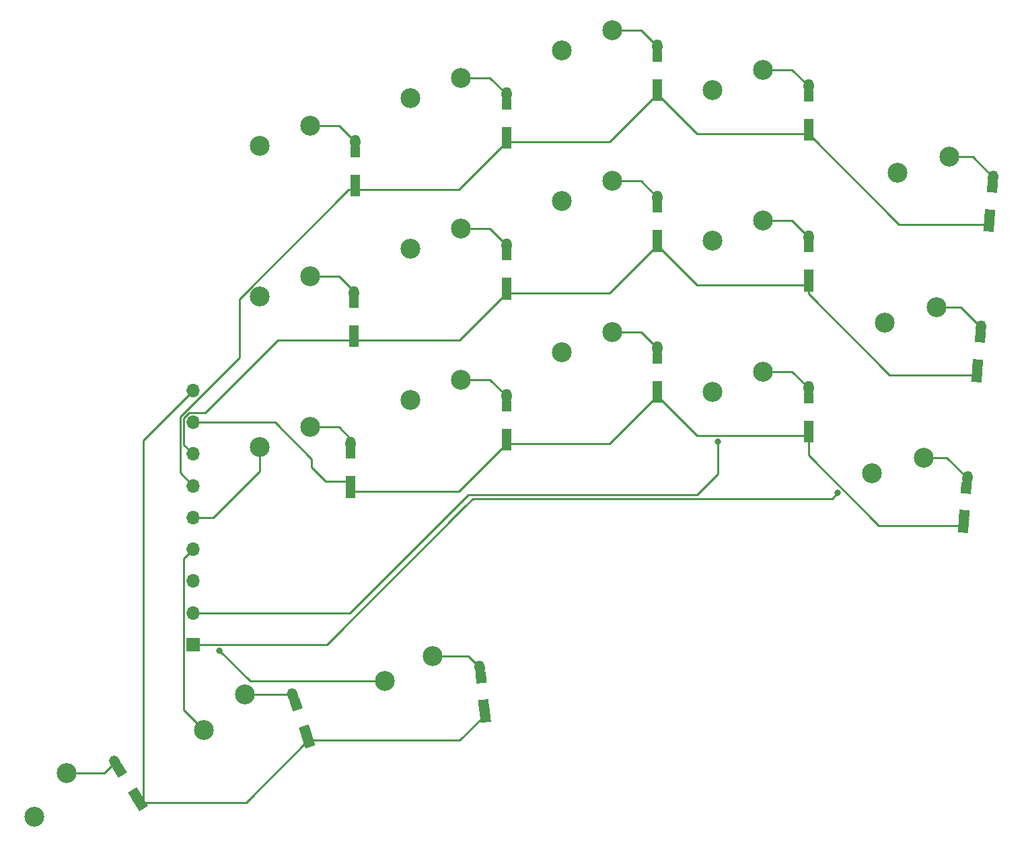
<source format=gbr>
%TF.GenerationSoftware,KiCad,Pcbnew,7.0.7*%
%TF.CreationDate,2023-11-23T18:27:24-07:00*%
%TF.ProjectId,TypeStationX - Right,54797065-5374-4617-9469-6f6e58202d20,rev?*%
%TF.SameCoordinates,Original*%
%TF.FileFunction,Copper,L2,Bot*%
%TF.FilePolarity,Positive*%
%FSLAX46Y46*%
G04 Gerber Fmt 4.6, Leading zero omitted, Abs format (unit mm)*
G04 Created by KiCad (PCBNEW 7.0.7) date 2023-11-23 18:27:24*
%MOMM*%
%LPD*%
G01*
G04 APERTURE LIST*
G04 Aperture macros list*
%AMHorizOval*
0 Thick line with rounded ends*
0 $1 width*
0 $2 $3 position (X,Y) of the first rounded end (center of the circle)*
0 $4 $5 position (X,Y) of the second rounded end (center of the circle)*
0 Add line between two ends*
20,1,$1,$2,$3,$4,$5,0*
0 Add two circle primitives to create the rounded ends*
1,1,$1,$2,$3*
1,1,$1,$4,$5*%
%AMRotRect*
0 Rectangle, with rotation*
0 The origin of the aperture is its center*
0 $1 length*
0 $2 width*
0 $3 Rotation angle, in degrees counterclockwise*
0 Add horizontal line*
21,1,$1,$2,0,0,$3*%
G04 Aperture macros list end*
%TA.AperFunction,ComponentPad*%
%ADD10C,2.500000*%
%TD*%
%TA.AperFunction,ComponentPad*%
%ADD11R,1.300000X1.778000*%
%TD*%
%TA.AperFunction,SMDPad,CuDef*%
%ADD12R,1.300000X1.400000*%
%TD*%
%TA.AperFunction,ComponentPad*%
%ADD13O,1.300000X1.778000*%
%TD*%
%TA.AperFunction,ComponentPad*%
%ADD14RotRect,1.778000X1.300000X96.000000*%
%TD*%
%TA.AperFunction,SMDPad,CuDef*%
%ADD15RotRect,1.400000X1.300000X276.000000*%
%TD*%
%TA.AperFunction,ComponentPad*%
%ADD16HorizOval,1.300000X-0.024982X0.237691X0.024982X-0.237691X0*%
%TD*%
%TA.AperFunction,ComponentPad*%
%ADD17RotRect,1.778000X1.300000X85.000000*%
%TD*%
%TA.AperFunction,SMDPad,CuDef*%
%ADD18RotRect,1.400000X1.300000X265.000000*%
%TD*%
%TA.AperFunction,ComponentPad*%
%ADD19HorizOval,1.300000X0.020830X0.238091X-0.020830X-0.238091X0*%
%TD*%
%TA.AperFunction,ComponentPad*%
%ADD20RotRect,1.778000X1.300000X109.000000*%
%TD*%
%TA.AperFunction,SMDPad,CuDef*%
%ADD21RotRect,1.400000X1.300000X289.000000*%
%TD*%
%TA.AperFunction,ComponentPad*%
%ADD22HorizOval,1.300000X-0.077811X0.225979X0.077811X-0.225979X0*%
%TD*%
%TA.AperFunction,ComponentPad*%
%ADD23R,1.700000X1.700000*%
%TD*%
%TA.AperFunction,ComponentPad*%
%ADD24O,1.700000X1.700000*%
%TD*%
%TA.AperFunction,ComponentPad*%
%ADD25RotRect,1.778000X1.300000X122.000000*%
%TD*%
%TA.AperFunction,SMDPad,CuDef*%
%ADD26RotRect,1.400000X1.300000X302.000000*%
%TD*%
%TA.AperFunction,ComponentPad*%
%ADD27HorizOval,1.300000X-0.126651X0.202683X0.126651X-0.202683X0*%
%TD*%
%TA.AperFunction,ViaPad*%
%ADD28C,0.800000*%
%TD*%
%TA.AperFunction,Conductor*%
%ADD29C,0.250000*%
%TD*%
G04 APERTURE END LIST*
D10*
%TO.P,S31,1,1*%
%TO.N,C9R*%
X246645964Y-92159079D03*
%TO.P,S31,2,2*%
%TO.N,Net-(D30-A)*%
X252995964Y-89619079D03*
%TD*%
%TO.P,S22,1,1*%
%TO.N,C7R*%
X208645964Y-55159079D03*
%TO.P,S22,2,2*%
%TO.N,Net-(D21-A)*%
X214995964Y-52619079D03*
%TD*%
%TO.P,S25,1,1*%
%TO.N,C8R*%
X227645964Y-49159079D03*
%TO.P,S25,2,2*%
%TO.N,Net-(D24-A)*%
X233995964Y-46619079D03*
%TD*%
%TO.P,S28,1,1*%
%TO.N,C6R*%
X161302797Y-145706554D03*
%TO.P,S28,2,2*%
%TO.N,Net-(D27-A)*%
X165341907Y-140187525D03*
%TD*%
%TO.P,S34,1,1*%
%TO.N,C10R*%
X268325996Y-83451675D03*
%TO.P,S34,2,2*%
%TO.N,Net-(D33-A)*%
X274873208Y-81474780D03*
%TD*%
%TO.P,S23,1,1*%
%TO.N,C7R*%
X208645964Y-74159079D03*
%TO.P,S23,2,2*%
%TO.N,Net-(D22-A)*%
X214995964Y-71619079D03*
%TD*%
%TO.P,S30,1,1*%
%TO.N,C9R*%
X246645964Y-73159079D03*
%TO.P,S30,2,2*%
%TO.N,Net-(D29-A)*%
X252995964Y-70619079D03*
%TD*%
%TO.P,S19,1,1*%
%TO.N,C6R*%
X189645962Y-61159079D03*
%TO.P,S19,2,2*%
%TO.N,Net-(D19-A)*%
X195995962Y-58619079D03*
%TD*%
%TO.P,S26,1,1*%
%TO.N,C8R*%
X227645964Y-68159079D03*
%TO.P,S26,2,2*%
%TO.N,Net-(D25-A)*%
X233995964Y-65619079D03*
%TD*%
%TO.P,S21,1,1*%
%TO.N,C6R*%
X189645962Y-99159079D03*
%TO.P,S21,2,2*%
%TO.N,Net-(D36-A)*%
X195995962Y-96619079D03*
%TD*%
%TO.P,S32,1,1*%
%TO.N,C7R*%
X182633974Y-134742791D03*
%TO.P,S32,2,2*%
%TO.N,Net-(D31-A)*%
X187811074Y-130273817D03*
%TD*%
%TO.P,S27,1,1*%
%TO.N,C8R*%
X227645964Y-87159079D03*
%TO.P,S27,2,2*%
%TO.N,Net-(D26-A)*%
X233995964Y-84619079D03*
%TD*%
%TO.P,S35,1,1*%
%TO.N,C10R*%
X266677980Y-102449094D03*
%TO.P,S35,2,2*%
%TO.N,Net-(D34-A)*%
X273225192Y-100472199D03*
%TD*%
%TO.P,S20,1,1*%
%TO.N,C6R*%
X189645962Y-80159079D03*
%TO.P,S20,2,2*%
%TO.N,Net-(D20-A)*%
X195995962Y-77619079D03*
%TD*%
%TO.P,S29,1,1*%
%TO.N,C9R*%
X246645964Y-54159079D03*
%TO.P,S29,2,2*%
%TO.N,Net-(D28-A)*%
X252995964Y-51619079D03*
%TD*%
%TO.P,S33,1,1*%
%TO.N,C10R*%
X269935221Y-64545574D03*
%TO.P,S33,2,2*%
%TO.N,Net-(D32-A)*%
X276482433Y-62568679D03*
%TD*%
%TO.P,S36,1,1*%
%TO.N,C8R*%
X205406400Y-128620769D03*
%TO.P,S36,2,2*%
%TO.N,Net-(D35-A)*%
X211456112Y-125430927D03*
%TD*%
%TO.P,S24,1,1*%
%TO.N,C7R*%
X208645964Y-93159079D03*
%TO.P,S24,2,2*%
%TO.N,Net-(D23-A)*%
X214995964Y-90619079D03*
%TD*%
D11*
%TO.P,D19,1,K*%
%TO.N,R4R*%
X201723227Y-66699079D03*
D12*
X201723227Y-65474079D03*
%TO.P,D19,2,A*%
%TO.N,Net-(D19-A)*%
X201723227Y-61924079D03*
D13*
X201723227Y-60699079D03*
%TD*%
D11*
%TO.P,D23,1,K*%
%TO.N,R2R*%
X220723227Y-98699079D03*
D12*
X220723227Y-97474079D03*
%TO.P,D23,2,A*%
%TO.N,Net-(D23-A)*%
X220723227Y-93924079D03*
D13*
X220723227Y-92699079D03*
%TD*%
D11*
%TO.P,D28,1,K*%
%TO.N,R4R*%
X258723227Y-59695448D03*
D12*
X258723227Y-58470448D03*
%TO.P,D28,2,A*%
%TO.N,Net-(D28-A)*%
X258723227Y-54920448D03*
D13*
X258723227Y-53695448D03*
%TD*%
D11*
%TO.P,D20,1,K*%
%TO.N,R3R*%
X201523227Y-85699079D03*
D12*
X201523227Y-84474079D03*
%TO.P,D20,2,A*%
%TO.N,Net-(D20-A)*%
X201523227Y-80924079D03*
D13*
X201523227Y-79699079D03*
%TD*%
D11*
%TO.P,D29,1,K*%
%TO.N,R3R*%
X258723227Y-78695448D03*
D12*
X258723227Y-77470448D03*
%TO.P,D29,2,A*%
%TO.N,Net-(D29-A)*%
X258723227Y-73920448D03*
D13*
X258723227Y-72695448D03*
%TD*%
D11*
%TO.P,D36,1,K*%
%TO.N,R2R*%
X201123227Y-104699079D03*
D12*
X201123227Y-103474079D03*
%TO.P,D36,2,A*%
%TO.N,Net-(D36-A)*%
X201123227Y-99924079D03*
D13*
X201123227Y-98699079D03*
%TD*%
D14*
%TO.P,D35,1,K*%
%TO.N,R1R*%
X217992546Y-132868428D03*
D15*
X217864499Y-131650138D03*
%TO.P,D35,2,A*%
%TO.N,Net-(D35-A)*%
X217493423Y-128119586D03*
D16*
X217365376Y-126901296D03*
%TD*%
D17*
%TO.P,D34,1,K*%
%TO.N,R2R*%
X278189688Y-109017399D03*
D18*
X278296454Y-107797061D03*
%TO.P,D34,2,A*%
%TO.N,Net-(D34-A)*%
X278605856Y-104260569D03*
D19*
X278712622Y-103040231D03*
%TD*%
D17*
%TO.P,D32,1,K*%
%TO.N,R4R*%
X281431367Y-71112518D03*
D18*
X281538133Y-69892180D03*
%TO.P,D32,2,A*%
%TO.N,Net-(D32-A)*%
X281847535Y-66355688D03*
D19*
X281954301Y-65135350D03*
%TD*%
D20*
%TO.P,D31,1,K*%
%TO.N,R1R*%
X195784455Y-136073937D03*
D21*
X195385634Y-134915676D03*
%TO.P,D31,2,A*%
%TO.N,Net-(D31-A)*%
X194229868Y-131559086D03*
D22*
X193831047Y-130400825D03*
%TD*%
D11*
%TO.P,D22,1,K*%
%TO.N,R3R*%
X220723227Y-79695448D03*
D12*
X220723227Y-78470448D03*
%TO.P,D22,2,A*%
%TO.N,Net-(D22-A)*%
X220723227Y-74920448D03*
D13*
X220723227Y-73695448D03*
%TD*%
D17*
%TO.P,D33,1,K*%
%TO.N,R3R*%
X279938688Y-90028816D03*
D18*
X280045454Y-88808478D03*
%TO.P,D33,2,A*%
%TO.N,Net-(D33-A)*%
X280354856Y-85271986D03*
D19*
X280461622Y-84051648D03*
%TD*%
D11*
%TO.P,D21,1,K*%
%TO.N,R4R*%
X220723227Y-60699079D03*
D12*
X220723227Y-59474079D03*
%TO.P,D21,2,A*%
%TO.N,Net-(D21-A)*%
X220723227Y-55924079D03*
D13*
X220723227Y-54699079D03*
%TD*%
D23*
%TO.P,J2,1,Pin_1*%
%TO.N,C10R*%
X181275976Y-124000000D03*
D24*
%TO.P,J2,2,Pin_2*%
%TO.N,C9R*%
X181275976Y-120000000D03*
%TO.P,J2,3,Pin_3*%
%TO.N,C8R*%
X181275976Y-116000000D03*
%TO.P,J2,4,Pin_4*%
%TO.N,C7R*%
X181275976Y-112000000D03*
%TO.P,J2,5,Pin_5*%
%TO.N,C6R*%
X181275976Y-108000000D03*
%TO.P,J2,6,Pin_6*%
%TO.N,R4R*%
X181275976Y-104000000D03*
%TO.P,J2,7,Pin_7*%
%TO.N,R3R*%
X181275976Y-100000000D03*
%TO.P,J2,8,Pin_8*%
%TO.N,R2R*%
X181275976Y-96000000D03*
%TO.P,J2,9,Pin_9*%
%TO.N,R1R*%
X181275976Y-92000000D03*
%TD*%
D11*
%TO.P,D25,1,K*%
%TO.N,R3R*%
X239723227Y-73699079D03*
D12*
X239723227Y-72474079D03*
%TO.P,D25,2,A*%
%TO.N,Net-(D25-A)*%
X239723227Y-68924079D03*
D13*
X239723227Y-67699079D03*
%TD*%
D25*
%TO.P,D27,1,K*%
%TO.N,R1R*%
X174612914Y-143922118D03*
D26*
X173963763Y-142883259D03*
%TO.P,D27,2,A*%
%TO.N,Net-(D27-A)*%
X172082549Y-139872689D03*
D27*
X171433398Y-138833830D03*
%TD*%
D11*
%TO.P,D24,1,K*%
%TO.N,R4R*%
X239723227Y-54699079D03*
D12*
X239723227Y-53474079D03*
%TO.P,D24,2,A*%
%TO.N,Net-(D24-A)*%
X239723227Y-49924079D03*
D13*
X239723227Y-48699079D03*
%TD*%
D11*
%TO.P,D26,1,K*%
%TO.N,R2R*%
X239723227Y-92699079D03*
D12*
X239723227Y-91474079D03*
%TO.P,D26,2,A*%
%TO.N,Net-(D26-A)*%
X239723227Y-87924079D03*
D13*
X239723227Y-86699079D03*
%TD*%
D11*
%TO.P,D30,1,K*%
%TO.N,R2R*%
X258723227Y-97699079D03*
D12*
X258723227Y-96474079D03*
%TO.P,D30,2,A*%
%TO.N,Net-(D30-A)*%
X258723227Y-92924079D03*
D13*
X258723227Y-91699079D03*
%TD*%
D28*
%TO.N,C10R*%
X262423227Y-104899079D03*
%TO.N,C9R*%
X247323227Y-98423579D03*
%TO.N,C8R*%
X184623227Y-124799079D03*
%TD*%
D29*
%TO.N,Net-(D19-A)*%
X199643227Y-58619079D02*
X201723227Y-60699079D01*
X195995962Y-58619079D02*
X199643227Y-58619079D01*
%TO.N,Net-(D20-A)*%
X195995962Y-77619079D02*
X199643227Y-77619079D01*
X201223227Y-79199079D02*
X201223227Y-79699079D01*
X201523227Y-79499079D02*
X201523227Y-79699079D01*
X199643227Y-77619079D02*
X201523227Y-79499079D01*
%TO.N,Net-(D21-A)*%
X218643227Y-52619079D02*
X220723227Y-54699079D01*
X214995964Y-52619079D02*
X218643227Y-52619079D01*
%TO.N,Net-(D22-A)*%
X218646858Y-71619079D02*
X220723227Y-73695448D01*
X214995964Y-71619079D02*
X218646858Y-71619079D01*
%TO.N,Net-(D23-A)*%
X214995964Y-90619079D02*
X218643227Y-90619079D01*
X218643227Y-90619079D02*
X220723227Y-92699079D01*
%TO.N,Net-(D24-A)*%
X233995964Y-46619079D02*
X237643227Y-46619079D01*
X237643227Y-46619079D02*
X239723227Y-48699079D01*
%TO.N,Net-(D25-A)*%
X237643227Y-65619079D02*
X239723227Y-67699079D01*
X233995964Y-65619079D02*
X237643227Y-65619079D01*
%TO.N,Net-(D26-A)*%
X233995964Y-84619079D02*
X237643227Y-84619079D01*
X237643227Y-84619079D02*
X239723227Y-86699079D01*
%TO.N,Net-(D27-A)*%
X170079703Y-140187525D02*
X171433398Y-138833830D01*
X165341907Y-140187525D02*
X170079703Y-140187525D01*
%TO.N,Net-(D28-A)*%
X252995964Y-51619079D02*
X256646858Y-51619079D01*
X256646858Y-51619079D02*
X258723227Y-53695448D01*
%TO.N,Net-(D29-A)*%
X256646858Y-70619079D02*
X258723227Y-72695448D01*
X252995964Y-70619079D02*
X256646858Y-70619079D01*
%TO.N,Net-(D30-A)*%
X256643227Y-89619079D02*
X258723227Y-91699079D01*
X252995964Y-89619079D02*
X256643227Y-89619079D01*
%TO.N,Net-(D31-A)*%
X193704039Y-130273817D02*
X193831047Y-130400825D01*
X187811074Y-130273817D02*
X193704039Y-130273817D01*
%TO.N,Net-(D32-A)*%
X279387630Y-62568679D02*
X281954301Y-65135350D01*
X276482433Y-62568679D02*
X279387630Y-62568679D01*
%TO.N,Net-(D33-A)*%
X274873208Y-81474780D02*
X277884754Y-81474780D01*
X277884754Y-81474780D02*
X280461622Y-84051648D01*
%TO.N,Net-(D34-A)*%
X273225192Y-100472199D02*
X276144590Y-100472199D01*
X276144590Y-100472199D02*
X278712622Y-103040231D01*
%TO.N,Net-(D35-A)*%
X211456112Y-125430927D02*
X215895007Y-125430927D01*
X215895007Y-125430927D02*
X217365376Y-126901296D01*
%TO.N,Net-(D36-A)*%
X195995962Y-96619079D02*
X199646858Y-96619079D01*
X201123227Y-98699079D02*
X201123227Y-98095448D01*
X201123227Y-98095448D02*
X199646858Y-96619079D01*
%TO.N,R4R*%
X270140297Y-71112518D02*
X258723227Y-59695448D01*
X179650976Y-102375000D02*
X179650976Y-95326903D01*
X233723227Y-60699079D02*
X239723227Y-54699079D01*
X187125962Y-87851917D02*
X187125962Y-80451692D01*
X201723227Y-66699079D02*
X214723227Y-66699079D01*
X220723227Y-60699079D02*
X233723227Y-60699079D01*
X187125962Y-80451692D02*
X200878575Y-66699079D01*
X179650976Y-95326903D02*
X187125962Y-87851917D01*
X200878575Y-66699079D02*
X201723227Y-66699079D01*
X214723227Y-66699079D02*
X220723227Y-60699079D01*
X281431367Y-71112518D02*
X270140297Y-71112518D01*
X181275976Y-104000000D02*
X179650976Y-102375000D01*
X258723227Y-59695448D02*
X244719596Y-59695448D01*
X244719596Y-59695448D02*
X239723227Y-54699079D01*
%TO.N,R3R*%
X244719596Y-78695448D02*
X239723227Y-73699079D01*
X268917595Y-90028816D02*
X258723227Y-79834448D01*
X220723227Y-79695448D02*
X233726858Y-79695448D01*
X180100976Y-95513299D02*
X180789275Y-94825000D01*
X233726858Y-79695448D02*
X239723227Y-73699079D01*
X181275976Y-100000000D02*
X180100976Y-98825000D01*
X258723227Y-79834448D02*
X258723227Y-78695448D01*
X258723227Y-78695448D02*
X244719596Y-78695448D01*
X180789275Y-94825000D02*
X182797306Y-94825000D01*
X220723227Y-79695448D02*
X214771411Y-85647263D01*
X279938688Y-90028816D02*
X268917595Y-90028816D01*
X180100976Y-98825000D02*
X180100976Y-95513299D01*
X214771411Y-85647263D02*
X214719596Y-85699079D01*
X191923227Y-85699079D02*
X201523227Y-85699079D01*
X201523227Y-85699079D02*
X214719595Y-85699079D01*
X214719595Y-85699079D02*
X214771411Y-85647263D01*
X182797306Y-94825000D02*
X191923227Y-85699079D01*
%TO.N,R2R*%
X191586883Y-96000000D02*
X196223227Y-100636344D01*
X196223227Y-101699079D02*
X197998227Y-103474079D01*
X233723227Y-98699079D02*
X239723227Y-92699079D01*
X258723227Y-100168298D02*
X258723227Y-97699079D01*
X196223227Y-100636344D02*
X196223227Y-101699079D01*
X278189688Y-109017399D02*
X267572328Y-109017399D01*
X258723227Y-97699079D02*
X244723227Y-97699079D01*
X201123227Y-104699079D02*
X214723227Y-104699079D01*
X214723227Y-104699079D02*
X220723227Y-98699079D01*
X267572328Y-109017399D02*
X258723227Y-100168298D01*
X181275976Y-96000000D02*
X191586883Y-96000000D01*
X220723227Y-98699079D02*
X233723227Y-98699079D01*
X197998227Y-103474079D02*
X201123227Y-103474079D01*
X244723227Y-97699079D02*
X239723227Y-92699079D01*
%TO.N,R1R*%
X174612914Y-143922118D02*
X187936274Y-143922118D01*
X175023227Y-98252749D02*
X175023227Y-143511805D01*
X175023227Y-143511805D02*
X174612914Y-143922118D01*
X181275976Y-92000000D02*
X175023227Y-98252749D01*
X214787037Y-136073937D02*
X217992546Y-132868428D01*
X195784455Y-136073937D02*
X214787037Y-136073937D01*
X187936274Y-143922118D02*
X195784455Y-136073937D01*
%TO.N,C10R*%
X261723227Y-105599079D02*
X262423227Y-104899079D01*
X198122306Y-124000000D02*
X215523227Y-106599079D01*
X215523227Y-106599079D02*
X216523227Y-105599079D01*
X216523227Y-105599079D02*
X261723227Y-105599079D01*
X181275976Y-124000000D02*
X198122306Y-124000000D01*
%TO.N,C9R*%
X244723227Y-105149079D02*
X247323227Y-102549079D01*
X181275976Y-120000000D02*
X201022306Y-120000000D01*
X247323227Y-102549079D02*
X247323227Y-98423579D01*
X212023227Y-108999079D02*
X215873227Y-105149079D01*
X201022306Y-120000000D02*
X212023227Y-108999079D01*
X215873227Y-105149079D02*
X244723227Y-105149079D01*
%TO.N,C8R*%
X205406400Y-128620769D02*
X188444917Y-128620769D01*
X188444917Y-128620769D02*
X184623227Y-124799079D01*
%TO.N,C7R*%
X180100976Y-132209793D02*
X182633974Y-134742791D01*
X181275976Y-112000000D02*
X180100976Y-113175000D01*
X180100976Y-113175000D02*
X180100976Y-132209793D01*
%TO.N,C6R*%
X181275976Y-108000000D02*
X183842808Y-108000000D01*
X183842808Y-108000000D02*
X189645962Y-102196846D01*
X189645962Y-102196846D02*
X189645962Y-99159079D01*
%TD*%
M02*

</source>
